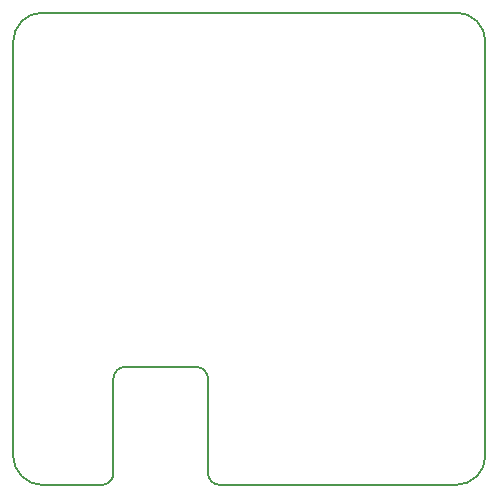
<source format=gm1>
G04 #@! TF.FileFunction,Profile,NP*
%FSLAX46Y46*%
G04 Gerber Fmt 4.6, Leading zero omitted, Abs format (unit mm)*
G04 Created by KiCad (PCBNEW 4.0.1-stable) date 05/05/18 00:40:07*
%MOMM*%
G01*
G04 APERTURE LIST*
%ADD10C,0.050000*%
%ADD11C,0.200000*%
G04 APERTURE END LIST*
D10*
D11*
X106000000Y-89000000D02*
G75*
G03X107000000Y-90000000I1000000J0D01*
G01*
X97000000Y-90000000D02*
G75*
G03X98000000Y-89000000I0J1000000D01*
G01*
X106000000Y-81000000D02*
G75*
G03X105000000Y-80000000I-1000000J0D01*
G01*
X99000000Y-80000000D02*
G75*
G03X98000000Y-81000000I0J-1000000D01*
G01*
X95000000Y-90000000D02*
X92000000Y-90000000D01*
X97000000Y-90000000D02*
X95000000Y-90000000D01*
X98000000Y-81000000D02*
X98000000Y-89000000D01*
X105000000Y-80000000D02*
X99000000Y-80000000D01*
X106000000Y-89000000D02*
X106000000Y-81000000D01*
X129500000Y-52500000D02*
X129500000Y-87500000D01*
X129500000Y-52500000D02*
G75*
G03X127000000Y-50000000I-2500000J0D01*
G01*
X92000000Y-50000000D02*
X127000000Y-50000000D01*
X127000000Y-90000000D02*
G75*
G03X129500000Y-87500000I0J2500000D01*
G01*
X107000000Y-90000000D02*
X127000000Y-90000000D01*
X89500000Y-87500000D02*
G75*
G03X92000000Y-90000000I2500000J0D01*
G01*
X89500000Y-67500000D02*
X89500000Y-87500000D01*
X89500000Y-52500000D02*
X89500000Y-67500000D01*
X92000000Y-50000000D02*
G75*
G03X89500000Y-52500000I0J-2500000D01*
G01*
M02*

</source>
